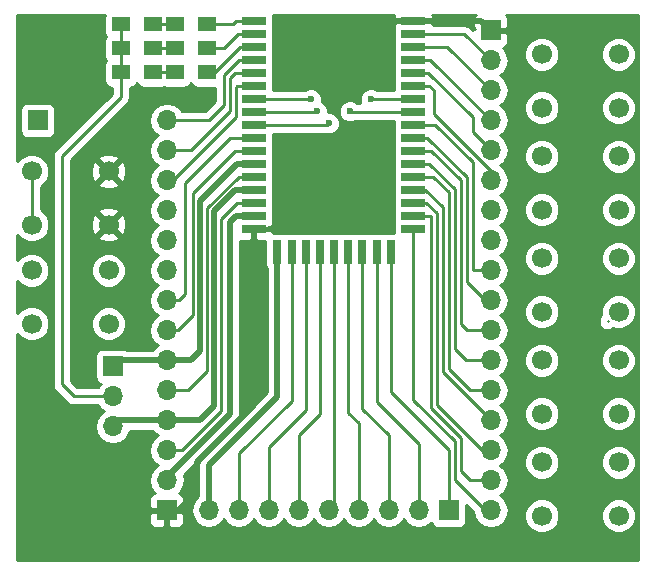
<source format=gbr>
G04 #@! TF.FileFunction,Copper,L1,Top,Signal*
%FSLAX46Y46*%
G04 Gerber Fmt 4.6, Leading zero omitted, Abs format (unit mm)*
G04 Created by KiCad (PCBNEW 4.0.7) date 02/24/18 18:12:37*
%MOMM*%
%LPD*%
G01*
G04 APERTURE LIST*
%ADD10C,0.100000*%
%ADD11C,1.700000*%
%ADD12R,1.700000X1.700000*%
%ADD13O,1.700000X1.700000*%
%ADD14R,1.500000X1.300000*%
%ADD15R,2.000000X0.800000*%
%ADD16R,0.800000X2.000000*%
%ADD17C,0.600000*%
%ADD18C,0.250000*%
%ADD19C,0.500000*%
%ADD20C,0.254000*%
G04 APERTURE END LIST*
D10*
D11*
X130452000Y-67492000D03*
X123952000Y-67492000D03*
X130452000Y-62992000D03*
X123952000Y-62992000D03*
D12*
X135382000Y-91694000D03*
D13*
X135382000Y-89154000D03*
X135382000Y-86614000D03*
X135382000Y-84074000D03*
X135382000Y-81534000D03*
X135382000Y-78994000D03*
X135382000Y-76454000D03*
X135382000Y-73914000D03*
X135382000Y-71374000D03*
X135382000Y-68834000D03*
X135382000Y-66294000D03*
X135382000Y-63754000D03*
X135382000Y-61214000D03*
X135382000Y-58674000D03*
D12*
X162814000Y-51054000D03*
D13*
X162814000Y-53594000D03*
X162814000Y-56134000D03*
X162814000Y-58674000D03*
X162814000Y-61214000D03*
X162814000Y-63754000D03*
X162814000Y-66294000D03*
X162814000Y-68834000D03*
X162814000Y-71374000D03*
X162814000Y-73914000D03*
X162814000Y-76454000D03*
X162814000Y-78994000D03*
X162814000Y-81534000D03*
X162814000Y-84074000D03*
X162814000Y-86614000D03*
X162814000Y-89154000D03*
X162814000Y-91694000D03*
D14*
X138764000Y-50546000D03*
X136064000Y-50546000D03*
X138764000Y-52578000D03*
X136064000Y-52578000D03*
X138764000Y-54610000D03*
X136064000Y-54610000D03*
X134192000Y-50546000D03*
X131492000Y-50546000D03*
X134192000Y-52578000D03*
X131492000Y-52578000D03*
X134192000Y-54610000D03*
X131492000Y-54610000D03*
D15*
X142748000Y-50250000D03*
X142748000Y-51350000D03*
X142748000Y-52450000D03*
X142748000Y-53550000D03*
X142748000Y-54650000D03*
X142748000Y-55750000D03*
X142748000Y-56850000D03*
X142748000Y-57950000D03*
X142748000Y-59050000D03*
X142748000Y-60150000D03*
X142748000Y-61250000D03*
X142748000Y-62350000D03*
X142748000Y-63450000D03*
X142748000Y-64550000D03*
X142748000Y-65650000D03*
X142748000Y-66750000D03*
X142748000Y-67850000D03*
D16*
X144748000Y-69850000D03*
X145948000Y-69850000D03*
X147148000Y-69850000D03*
X148348000Y-69850000D03*
X149548000Y-69850000D03*
X150748000Y-69850000D03*
X151948000Y-69850000D03*
X153148000Y-69850000D03*
X154348000Y-69850000D03*
D15*
X156248000Y-50250000D03*
X156248000Y-51350000D03*
X156248000Y-52450000D03*
X156248000Y-53550000D03*
X156248000Y-54650000D03*
X156248000Y-55750000D03*
X156248000Y-56850000D03*
X156248000Y-57950000D03*
X156248000Y-59050000D03*
X156248000Y-60150000D03*
X156248000Y-61250000D03*
X156248000Y-62350000D03*
X156248000Y-63450000D03*
X156248000Y-64550000D03*
X156248000Y-65650000D03*
X156248000Y-66750000D03*
X156248000Y-67850000D03*
D12*
X130810000Y-79502000D03*
D13*
X130810000Y-82042000D03*
X130810000Y-84582000D03*
D12*
X159258000Y-91694000D03*
D13*
X156718000Y-91694000D03*
X154178000Y-91694000D03*
X151638000Y-91694000D03*
X149098000Y-91694000D03*
X146558000Y-91694000D03*
X144018000Y-91694000D03*
X141478000Y-91694000D03*
X138938000Y-91694000D03*
D12*
X124460000Y-58674000D03*
D11*
X173632000Y-57586000D03*
X167132000Y-57586000D03*
X173632000Y-53086000D03*
X167132000Y-53086000D03*
X173632000Y-66222000D03*
X167132000Y-66222000D03*
X173632000Y-61722000D03*
X167132000Y-61722000D03*
X173632000Y-74858000D03*
X167132000Y-74858000D03*
X173632000Y-70358000D03*
X167132000Y-70358000D03*
X173632000Y-83494000D03*
X167132000Y-83494000D03*
X173632000Y-78994000D03*
X167132000Y-78994000D03*
X173632000Y-92130000D03*
X167132000Y-92130000D03*
X173632000Y-87630000D03*
X167132000Y-87630000D03*
X130452000Y-75874000D03*
X123952000Y-75874000D03*
X130452000Y-71374000D03*
X123952000Y-71374000D03*
D17*
X149098000Y-58928000D03*
X148082000Y-57912000D03*
X147574000Y-56896000D03*
X152654000Y-56896000D03*
X150876000Y-57912000D03*
D18*
X172720000Y-75620000D02*
X172720000Y-75692000D01*
X138764000Y-50546000D02*
X140970000Y-50546000D01*
X141266000Y-50250000D02*
X142748000Y-50250000D01*
X140970000Y-50546000D02*
X141266000Y-50250000D01*
X134192000Y-50546000D02*
X136064000Y-50546000D01*
X138764000Y-52578000D02*
X140208000Y-52578000D01*
X141436000Y-51350000D02*
X142748000Y-51350000D01*
X140208000Y-52578000D02*
X141436000Y-51350000D01*
X134192000Y-52578000D02*
X136064000Y-52578000D01*
X138764000Y-54610000D02*
X139446000Y-54610000D01*
X139446000Y-54610000D02*
X141606000Y-52450000D01*
X141606000Y-52450000D02*
X142748000Y-52450000D01*
X134192000Y-54610000D02*
X136064000Y-54610000D01*
D19*
X135382000Y-78994000D02*
X131318000Y-78994000D01*
X131318000Y-78994000D02*
X130810000Y-79502000D01*
X135382000Y-78994000D02*
X137414000Y-78994000D01*
X141358000Y-62350000D02*
X142748000Y-62350000D01*
X138176000Y-65532000D02*
X141358000Y-62350000D01*
X138176000Y-78232000D02*
X138176000Y-65532000D01*
X137414000Y-78994000D02*
X138176000Y-78232000D01*
D18*
X131492000Y-54610000D02*
X131492000Y-52578000D01*
X130810000Y-82042000D02*
X127508000Y-82042000D01*
X131492000Y-56722000D02*
X131492000Y-54610000D01*
X126492000Y-61722000D02*
X131492000Y-56722000D01*
X126492000Y-81026000D02*
X126492000Y-61722000D01*
X127508000Y-82042000D02*
X126492000Y-81026000D01*
X131492000Y-50546000D02*
X131492000Y-52578000D01*
D19*
X135382000Y-84074000D02*
X131318000Y-84074000D01*
X131318000Y-84074000D02*
X130810000Y-84582000D01*
X135382000Y-84074000D02*
X138176000Y-84074000D01*
X141190000Y-64550000D02*
X142748000Y-64550000D01*
X139378998Y-66361002D02*
X141190000Y-64550000D01*
X139378998Y-82871002D02*
X139378998Y-66361002D01*
X138176000Y-84074000D02*
X139378998Y-82871002D01*
X135382000Y-91694000D02*
X136398000Y-91694000D01*
X142748000Y-82804000D02*
X142748000Y-67850000D01*
X137922000Y-87630000D02*
X142748000Y-82804000D01*
X137922000Y-90170000D02*
X137922000Y-87630000D01*
X136398000Y-91694000D02*
X137922000Y-90170000D01*
X156248000Y-50250000D02*
X162010000Y-50250000D01*
X162010000Y-50250000D02*
X162814000Y-51054000D01*
X135382000Y-89154000D02*
X135382000Y-88900000D01*
X135382000Y-88900000D02*
X140716000Y-83566000D01*
X140716000Y-83566000D02*
X140716000Y-67310000D01*
X140716000Y-67310000D02*
X141276000Y-66750000D01*
X141276000Y-66750000D02*
X142748000Y-66750000D01*
D18*
X135382000Y-76454000D02*
X136330998Y-76454000D01*
X141188000Y-61250000D02*
X142748000Y-61250000D01*
X137600998Y-64837002D02*
X141188000Y-61250000D01*
X137600998Y-75184000D02*
X137600998Y-64837002D01*
X136330998Y-76454000D02*
X137600998Y-75184000D01*
X135382000Y-73914000D02*
X136398000Y-73914000D01*
X140764000Y-60150000D02*
X142748000Y-60150000D01*
X136906000Y-64008000D02*
X140764000Y-60150000D01*
X136906000Y-73406000D02*
X136906000Y-64008000D01*
X136398000Y-73914000D02*
X136906000Y-73406000D01*
X148976000Y-59050000D02*
X142748000Y-59050000D01*
X149098000Y-58928000D02*
X148976000Y-59050000D01*
X148044000Y-57950000D02*
X142748000Y-57950000D01*
X148082000Y-57912000D02*
X148044000Y-57950000D01*
X147528000Y-56850000D02*
X142748000Y-56850000D01*
X147574000Y-56896000D02*
X147528000Y-56850000D01*
X135382000Y-63754000D02*
X135890000Y-63754000D01*
X135890000Y-63754000D02*
X141224000Y-58420000D01*
X141224000Y-58420000D02*
X141224000Y-55880000D01*
X141224000Y-55880000D02*
X141354000Y-55750000D01*
X141354000Y-55750000D02*
X142748000Y-55750000D01*
X135382000Y-61214000D02*
X137414000Y-61214000D01*
X141184000Y-54650000D02*
X142748000Y-54650000D01*
X140716000Y-55118000D02*
X141184000Y-54650000D01*
X140716000Y-57912000D02*
X140716000Y-55118000D01*
X137414000Y-61214000D02*
X140716000Y-57912000D01*
X135382000Y-58674000D02*
X138938000Y-58674000D01*
X141522000Y-53550000D02*
X142748000Y-53550000D01*
X140265998Y-54806002D02*
X141522000Y-53550000D01*
X140265998Y-57346002D02*
X140265998Y-54806002D01*
X138938000Y-58674000D02*
X140265998Y-57346002D01*
X159258000Y-91694000D02*
X159258000Y-86614000D01*
X154348000Y-81704000D02*
X154348000Y-69850000D01*
X159258000Y-86614000D02*
X154348000Y-81704000D01*
X156718000Y-91694000D02*
X156718000Y-86106000D01*
X153148000Y-82536000D02*
X153148000Y-69850000D01*
X156718000Y-86106000D02*
X153148000Y-82536000D01*
X154178000Y-91694000D02*
X154178000Y-85344000D01*
X151948000Y-83114000D02*
X151948000Y-69850000D01*
X154178000Y-85344000D02*
X151948000Y-83114000D01*
X151638000Y-91694000D02*
X151638000Y-84328000D01*
X150748000Y-83438000D02*
X150748000Y-69850000D01*
X151638000Y-84328000D02*
X150748000Y-83438000D01*
X149548000Y-69850000D02*
X149548000Y-91244000D01*
X149548000Y-91244000D02*
X149098000Y-91694000D01*
X148348000Y-69850000D02*
X148348000Y-83554000D01*
X146558000Y-85344000D02*
X146558000Y-91694000D01*
X148348000Y-83554000D02*
X146558000Y-85344000D01*
X147148000Y-69850000D02*
X147148000Y-83230000D01*
X144018000Y-86360000D02*
X144018000Y-91694000D01*
X147148000Y-83230000D02*
X144018000Y-86360000D01*
X145948000Y-69850000D02*
X145948000Y-82398000D01*
X141478000Y-86868000D02*
X141478000Y-91694000D01*
X145948000Y-82398000D02*
X141478000Y-86868000D01*
X156248000Y-54650000D02*
X157520000Y-54650000D01*
X161290000Y-59690000D02*
X162814000Y-61214000D01*
X161290000Y-58420000D02*
X161290000Y-59690000D01*
X157520000Y-54650000D02*
X161290000Y-58420000D01*
X156248000Y-53550000D02*
X157690000Y-53550000D01*
X157690000Y-53550000D02*
X162814000Y-58674000D01*
X156248000Y-52450000D02*
X159130000Y-52450000D01*
X159130000Y-52450000D02*
X162814000Y-56134000D01*
X156248000Y-51350000D02*
X160570000Y-51350000D01*
X160570000Y-51350000D02*
X162814000Y-53594000D01*
X162814000Y-63754000D02*
X162814000Y-62992000D01*
X162814000Y-62992000D02*
X157988000Y-58166000D01*
X157988000Y-58166000D02*
X157988000Y-56134000D01*
X157988000Y-56134000D02*
X157604000Y-55750000D01*
X157604000Y-55750000D02*
X156248000Y-55750000D01*
X152700000Y-56850000D02*
X156248000Y-56850000D01*
X152654000Y-56896000D02*
X152700000Y-56850000D01*
X150914000Y-57950000D02*
X156248000Y-57950000D01*
X150876000Y-57912000D02*
X150914000Y-57950000D01*
X162814000Y-71374000D02*
X161290000Y-71374000D01*
X158110000Y-59050000D02*
X156248000Y-59050000D01*
X161290000Y-62230000D02*
X158110000Y-59050000D01*
X161290000Y-71374000D02*
X161290000Y-62230000D01*
X162814000Y-73914000D02*
X162306000Y-73914000D01*
X162306000Y-73914000D02*
X160782000Y-72390000D01*
X160782000Y-72390000D02*
X160782000Y-63500000D01*
X160782000Y-63500000D02*
X157432000Y-60150000D01*
X157432000Y-60150000D02*
X156248000Y-60150000D01*
X162814000Y-76454000D02*
X160782000Y-76454000D01*
X157770000Y-61250000D02*
X156248000Y-61250000D01*
X160274000Y-63754000D02*
X157770000Y-61250000D01*
X160274000Y-75946000D02*
X160274000Y-63754000D01*
X160782000Y-76454000D02*
X160274000Y-75946000D01*
X162814000Y-78994000D02*
X160724002Y-78994000D01*
X157600000Y-62350000D02*
X156248000Y-62350000D01*
X159766000Y-64516000D02*
X157600000Y-62350000D01*
X159766000Y-78035998D02*
X159766000Y-64516000D01*
X160724002Y-78994000D02*
X159766000Y-78035998D01*
X162814000Y-81534000D02*
X161036000Y-81534000D01*
X161036000Y-81534000D02*
X159258000Y-79756000D01*
X159258000Y-79756000D02*
X159258000Y-64770000D01*
X159258000Y-64770000D02*
X157938000Y-63450000D01*
X157938000Y-63450000D02*
X156248000Y-63450000D01*
X156248000Y-64550000D02*
X157260000Y-64550000D01*
X158750000Y-80010000D02*
X162814000Y-84074000D01*
X158750000Y-66040000D02*
X158750000Y-80010000D01*
X157260000Y-64550000D02*
X158750000Y-66040000D01*
X162814000Y-86614000D02*
X162052000Y-86614000D01*
X162052000Y-86614000D02*
X158242000Y-82804000D01*
X158242000Y-82804000D02*
X158242000Y-66548000D01*
X158242000Y-66548000D02*
X157344000Y-65650000D01*
X157344000Y-65650000D02*
X156248000Y-65650000D01*
X156248000Y-66750000D02*
X157682000Y-66750000D01*
X161036000Y-89154000D02*
X162814000Y-89154000D01*
X160274000Y-88392000D02*
X161036000Y-89154000D01*
X160274000Y-85598000D02*
X160274000Y-88392000D01*
X157734000Y-83058000D02*
X160274000Y-85598000D01*
X157734000Y-66802000D02*
X157734000Y-83058000D01*
X157682000Y-66750000D02*
X157734000Y-66802000D01*
X162814000Y-91694000D02*
X162306000Y-91694000D01*
X162306000Y-91694000D02*
X159766000Y-89154000D01*
X159766000Y-89154000D02*
X159766000Y-85852000D01*
X159766000Y-85852000D02*
X156248000Y-82334000D01*
X156248000Y-82334000D02*
X156248000Y-67850000D01*
X123952000Y-62992000D02*
X123952000Y-67492000D01*
X142748000Y-63450000D02*
X141476824Y-63450000D01*
X137160000Y-81534000D02*
X135382000Y-81534000D01*
X138803996Y-79890004D02*
X137160000Y-81534000D01*
X138803996Y-66122828D02*
X138803996Y-79890004D01*
X141476824Y-63450000D02*
X138803996Y-66122828D01*
X135382000Y-86614000D02*
X136652000Y-86614000D01*
X141360000Y-65650000D02*
X142748000Y-65650000D01*
X139954000Y-67056000D02*
X141360000Y-65650000D01*
X139954000Y-83312000D02*
X139954000Y-67056000D01*
X136652000Y-86614000D02*
X139954000Y-83312000D01*
D19*
X144748000Y-69850000D02*
X144748000Y-82074000D01*
X138938000Y-87884000D02*
X138938000Y-91694000D01*
X144748000Y-82074000D02*
X138938000Y-87884000D01*
D20*
G36*
X130094560Y-49896000D02*
X130094560Y-51196000D01*
X130138838Y-51431317D01*
X130223225Y-51562457D01*
X130145569Y-51676110D01*
X130094560Y-51928000D01*
X130094560Y-53228000D01*
X130138838Y-53463317D01*
X130223225Y-53594457D01*
X130145569Y-53708110D01*
X130094560Y-53960000D01*
X130094560Y-55260000D01*
X130138838Y-55495317D01*
X130277910Y-55711441D01*
X130490110Y-55856431D01*
X130732000Y-55905415D01*
X130732000Y-56407198D01*
X125954599Y-61184599D01*
X125789852Y-61431161D01*
X125732000Y-61722000D01*
X125732000Y-81026000D01*
X125789852Y-81316839D01*
X125954599Y-81563401D01*
X126970599Y-82579401D01*
X127217161Y-82744148D01*
X127508000Y-82802000D01*
X129537046Y-82802000D01*
X129730853Y-83092054D01*
X130060026Y-83312000D01*
X129730853Y-83531946D01*
X129408946Y-84013715D01*
X129295907Y-84582000D01*
X129408946Y-85150285D01*
X129730853Y-85632054D01*
X130212622Y-85953961D01*
X130780907Y-86067000D01*
X130839093Y-86067000D01*
X131407378Y-85953961D01*
X131889147Y-85632054D01*
X132211054Y-85150285D01*
X132249103Y-84959000D01*
X134192568Y-84959000D01*
X134302853Y-85124054D01*
X134632026Y-85344000D01*
X134302853Y-85563946D01*
X133980946Y-86045715D01*
X133867907Y-86614000D01*
X133980946Y-87182285D01*
X134302853Y-87664054D01*
X134632026Y-87884000D01*
X134302853Y-88103946D01*
X133980946Y-88585715D01*
X133867907Y-89154000D01*
X133980946Y-89722285D01*
X134302853Y-90204054D01*
X134346777Y-90233403D01*
X134172302Y-90305673D01*
X133993673Y-90484301D01*
X133897000Y-90717690D01*
X133897000Y-91408250D01*
X134055750Y-91567000D01*
X135255000Y-91567000D01*
X135255000Y-91547000D01*
X135509000Y-91547000D01*
X135509000Y-91567000D01*
X136708250Y-91567000D01*
X136867000Y-91408250D01*
X136867000Y-90717690D01*
X136770327Y-90484301D01*
X136591698Y-90305673D01*
X136417223Y-90233403D01*
X136461147Y-90204054D01*
X136783054Y-89722285D01*
X136896093Y-89154000D01*
X136810398Y-88723182D01*
X141341787Y-84191792D01*
X141341790Y-84191790D01*
X141533633Y-83904675D01*
X141556308Y-83790681D01*
X141601001Y-83566000D01*
X141601000Y-83565995D01*
X141601000Y-68876429D01*
X141621691Y-68885000D01*
X142462250Y-68885000D01*
X142621000Y-68726250D01*
X142621000Y-67977000D01*
X142601000Y-67977000D01*
X142601000Y-67797440D01*
X143748000Y-67797440D01*
X143983317Y-67753162D01*
X144030190Y-67723000D01*
X144224250Y-67723000D01*
X144383000Y-67564250D01*
X144383000Y-67323690D01*
X144367732Y-67286829D01*
X144395440Y-67150000D01*
X144395440Y-66350000D01*
X144366179Y-66194493D01*
X144395440Y-66050000D01*
X144395440Y-65250000D01*
X144366179Y-65094493D01*
X144395440Y-64950000D01*
X144395440Y-64150000D01*
X144366179Y-63994493D01*
X144395440Y-63850000D01*
X144395440Y-63050000D01*
X144366179Y-62894493D01*
X144395440Y-62750000D01*
X144395440Y-61950000D01*
X144366179Y-61794493D01*
X144395440Y-61650000D01*
X144395440Y-60850000D01*
X144366179Y-60694493D01*
X144395440Y-60550000D01*
X144395440Y-59810000D01*
X148783954Y-59810000D01*
X148911201Y-59862838D01*
X149283167Y-59863162D01*
X149626943Y-59721117D01*
X149890192Y-59458327D01*
X150032838Y-59114799D01*
X150033162Y-58742833D01*
X149891117Y-58399057D01*
X149628327Y-58135808D01*
X149284799Y-57993162D01*
X149016930Y-57992929D01*
X149017162Y-57726833D01*
X148875117Y-57383057D01*
X148612327Y-57119808D01*
X148508843Y-57076838D01*
X148509162Y-56710833D01*
X148367117Y-56367057D01*
X148104327Y-56103808D01*
X147760799Y-55961162D01*
X147388833Y-55960838D01*
X147076236Y-56090000D01*
X144395440Y-56090000D01*
X144395440Y-55350000D01*
X144366179Y-55194493D01*
X144395440Y-55050000D01*
X144395440Y-54250000D01*
X144366179Y-54094493D01*
X144395440Y-53950000D01*
X144395440Y-53150000D01*
X144366179Y-52994493D01*
X144395440Y-52850000D01*
X144395440Y-52050000D01*
X144366179Y-51894493D01*
X144395440Y-51750000D01*
X144395440Y-50950000D01*
X144366179Y-50794493D01*
X144395440Y-50650000D01*
X144395440Y-49850000D01*
X144369097Y-49710000D01*
X154618671Y-49710000D01*
X154613000Y-49723690D01*
X154613000Y-49964250D01*
X154771750Y-50123000D01*
X156121000Y-50123000D01*
X156121000Y-50103000D01*
X156375000Y-50103000D01*
X156375000Y-50123000D01*
X157724250Y-50123000D01*
X157883000Y-49964250D01*
X157883000Y-49723690D01*
X157877329Y-49710000D01*
X161559975Y-49710000D01*
X161425673Y-49844301D01*
X161329000Y-50077690D01*
X161329000Y-50768250D01*
X161487748Y-50926998D01*
X161329000Y-50926998D01*
X161329000Y-51034198D01*
X161107401Y-50812599D01*
X160860839Y-50647852D01*
X160570000Y-50590000D01*
X157883000Y-50590000D01*
X157883000Y-50535750D01*
X157724250Y-50377000D01*
X157534182Y-50377000D01*
X157499890Y-50353569D01*
X157248000Y-50302560D01*
X155248000Y-50302560D01*
X155012683Y-50346838D01*
X154965810Y-50377000D01*
X154771750Y-50377000D01*
X154613000Y-50535750D01*
X154613000Y-50776310D01*
X154628268Y-50813171D01*
X154600560Y-50950000D01*
X154600560Y-51750000D01*
X154629821Y-51905507D01*
X154600560Y-52050000D01*
X154600560Y-52850000D01*
X154629821Y-53005507D01*
X154600560Y-53150000D01*
X154600560Y-53950000D01*
X154629821Y-54105507D01*
X154600560Y-54250000D01*
X154600560Y-55050000D01*
X154629821Y-55205507D01*
X154600560Y-55350000D01*
X154600560Y-56090000D01*
X153151074Y-56090000D01*
X152840799Y-55961162D01*
X152468833Y-55960838D01*
X152125057Y-56102883D01*
X151861808Y-56365673D01*
X151719162Y-56709201D01*
X151718838Y-57081167D01*
X151763807Y-57190000D01*
X151476397Y-57190000D01*
X151406327Y-57119808D01*
X151062799Y-56977162D01*
X150690833Y-56976838D01*
X150347057Y-57118883D01*
X150083808Y-57381673D01*
X149941162Y-57725201D01*
X149940838Y-58097167D01*
X150082883Y-58440943D01*
X150345673Y-58704192D01*
X150689201Y-58846838D01*
X151061167Y-58847162D01*
X151393125Y-58710000D01*
X154600560Y-58710000D01*
X154600560Y-59450000D01*
X154629821Y-59605507D01*
X154600560Y-59750000D01*
X154600560Y-60550000D01*
X154629821Y-60705507D01*
X154600560Y-60850000D01*
X154600560Y-61650000D01*
X154629821Y-61805507D01*
X154600560Y-61950000D01*
X154600560Y-62750000D01*
X154629821Y-62905507D01*
X154600560Y-63050000D01*
X154600560Y-63850000D01*
X154629821Y-64005507D01*
X154600560Y-64150000D01*
X154600560Y-64950000D01*
X154629821Y-65105507D01*
X154600560Y-65250000D01*
X154600560Y-66050000D01*
X154629821Y-66205507D01*
X154600560Y-66350000D01*
X154600560Y-67150000D01*
X154629821Y-67305507D01*
X154600560Y-67450000D01*
X154600560Y-68202560D01*
X153948000Y-68202560D01*
X153740658Y-68241574D01*
X153548000Y-68202560D01*
X152748000Y-68202560D01*
X152540658Y-68241574D01*
X152348000Y-68202560D01*
X151548000Y-68202560D01*
X151340658Y-68241574D01*
X151148000Y-68202560D01*
X150348000Y-68202560D01*
X150140658Y-68241574D01*
X149948000Y-68202560D01*
X149148000Y-68202560D01*
X148940658Y-68241574D01*
X148748000Y-68202560D01*
X147948000Y-68202560D01*
X147740658Y-68241574D01*
X147548000Y-68202560D01*
X146748000Y-68202560D01*
X146540658Y-68241574D01*
X146348000Y-68202560D01*
X145548000Y-68202560D01*
X145340658Y-68241574D01*
X145148000Y-68202560D01*
X144383000Y-68202560D01*
X144383000Y-68135750D01*
X144224250Y-67977000D01*
X142875000Y-67977000D01*
X142875000Y-68726250D01*
X143033750Y-68885000D01*
X143700560Y-68885000D01*
X143700560Y-70850000D01*
X143744838Y-71085317D01*
X143863000Y-71268946D01*
X143863000Y-81707421D01*
X138312210Y-87258210D01*
X138120367Y-87545325D01*
X138120367Y-87545326D01*
X138052999Y-87884000D01*
X138053000Y-87884005D01*
X138053000Y-90504568D01*
X137887946Y-90614853D01*
X137566039Y-91096622D01*
X137453000Y-91664907D01*
X137453000Y-91723093D01*
X137566039Y-92291378D01*
X137887946Y-92773147D01*
X138369715Y-93095054D01*
X138938000Y-93208093D01*
X139506285Y-93095054D01*
X139988054Y-92773147D01*
X140208000Y-92443974D01*
X140427946Y-92773147D01*
X140909715Y-93095054D01*
X141478000Y-93208093D01*
X142046285Y-93095054D01*
X142528054Y-92773147D01*
X142748000Y-92443974D01*
X142967946Y-92773147D01*
X143449715Y-93095054D01*
X144018000Y-93208093D01*
X144586285Y-93095054D01*
X145068054Y-92773147D01*
X145288000Y-92443974D01*
X145507946Y-92773147D01*
X145989715Y-93095054D01*
X146558000Y-93208093D01*
X147126285Y-93095054D01*
X147608054Y-92773147D01*
X147828000Y-92443974D01*
X148047946Y-92773147D01*
X148529715Y-93095054D01*
X149098000Y-93208093D01*
X149666285Y-93095054D01*
X150148054Y-92773147D01*
X150368000Y-92443974D01*
X150587946Y-92773147D01*
X151069715Y-93095054D01*
X151638000Y-93208093D01*
X152206285Y-93095054D01*
X152688054Y-92773147D01*
X152908000Y-92443974D01*
X153127946Y-92773147D01*
X153609715Y-93095054D01*
X154178000Y-93208093D01*
X154746285Y-93095054D01*
X155228054Y-92773147D01*
X155448000Y-92443974D01*
X155667946Y-92773147D01*
X156149715Y-93095054D01*
X156718000Y-93208093D01*
X157286285Y-93095054D01*
X157768054Y-92773147D01*
X157795850Y-92731548D01*
X157804838Y-92779317D01*
X157943910Y-92995441D01*
X158156110Y-93140431D01*
X158408000Y-93191440D01*
X160108000Y-93191440D01*
X160343317Y-93147162D01*
X160559441Y-93008090D01*
X160704431Y-92795890D01*
X160755440Y-92544000D01*
X160755440Y-91218242D01*
X161316968Y-91779770D01*
X161412946Y-92262285D01*
X161734853Y-92744054D01*
X162216622Y-93065961D01*
X162784907Y-93179000D01*
X162843093Y-93179000D01*
X163411378Y-93065961D01*
X163893147Y-92744054D01*
X164106940Y-92424089D01*
X165646743Y-92424089D01*
X165872344Y-92970086D01*
X166289717Y-93388188D01*
X166835319Y-93614742D01*
X167426089Y-93615257D01*
X167972086Y-93389656D01*
X168390188Y-92972283D01*
X168616742Y-92426681D01*
X168616744Y-92424089D01*
X172146743Y-92424089D01*
X172372344Y-92970086D01*
X172789717Y-93388188D01*
X173335319Y-93614742D01*
X173926089Y-93615257D01*
X174472086Y-93389656D01*
X174890188Y-92972283D01*
X175116742Y-92426681D01*
X175117257Y-91835911D01*
X174891656Y-91289914D01*
X174474283Y-90871812D01*
X173928681Y-90645258D01*
X173337911Y-90644743D01*
X172791914Y-90870344D01*
X172373812Y-91287717D01*
X172147258Y-91833319D01*
X172146743Y-92424089D01*
X168616744Y-92424089D01*
X168617257Y-91835911D01*
X168391656Y-91289914D01*
X167974283Y-90871812D01*
X167428681Y-90645258D01*
X166837911Y-90644743D01*
X166291914Y-90870344D01*
X165873812Y-91287717D01*
X165647258Y-91833319D01*
X165646743Y-92424089D01*
X164106940Y-92424089D01*
X164215054Y-92262285D01*
X164328093Y-91694000D01*
X164215054Y-91125715D01*
X163893147Y-90643946D01*
X163563974Y-90424000D01*
X163893147Y-90204054D01*
X164215054Y-89722285D01*
X164328093Y-89154000D01*
X164215054Y-88585715D01*
X163893147Y-88103946D01*
X163623972Y-87924089D01*
X165646743Y-87924089D01*
X165872344Y-88470086D01*
X166289717Y-88888188D01*
X166835319Y-89114742D01*
X167426089Y-89115257D01*
X167972086Y-88889656D01*
X168390188Y-88472283D01*
X168616742Y-87926681D01*
X168616744Y-87924089D01*
X172146743Y-87924089D01*
X172372344Y-88470086D01*
X172789717Y-88888188D01*
X173335319Y-89114742D01*
X173926089Y-89115257D01*
X174472086Y-88889656D01*
X174890188Y-88472283D01*
X175116742Y-87926681D01*
X175117257Y-87335911D01*
X174891656Y-86789914D01*
X174474283Y-86371812D01*
X173928681Y-86145258D01*
X173337911Y-86144743D01*
X172791914Y-86370344D01*
X172373812Y-86787717D01*
X172147258Y-87333319D01*
X172146743Y-87924089D01*
X168616744Y-87924089D01*
X168617257Y-87335911D01*
X168391656Y-86789914D01*
X167974283Y-86371812D01*
X167428681Y-86145258D01*
X166837911Y-86144743D01*
X166291914Y-86370344D01*
X165873812Y-86787717D01*
X165647258Y-87333319D01*
X165646743Y-87924089D01*
X163623972Y-87924089D01*
X163563974Y-87884000D01*
X163893147Y-87664054D01*
X164215054Y-87182285D01*
X164328093Y-86614000D01*
X164215054Y-86045715D01*
X163893147Y-85563946D01*
X163563974Y-85344000D01*
X163893147Y-85124054D01*
X164215054Y-84642285D01*
X164328093Y-84074000D01*
X164271222Y-83788089D01*
X165646743Y-83788089D01*
X165872344Y-84334086D01*
X166289717Y-84752188D01*
X166835319Y-84978742D01*
X167426089Y-84979257D01*
X167972086Y-84753656D01*
X168390188Y-84336283D01*
X168616742Y-83790681D01*
X168616744Y-83788089D01*
X172146743Y-83788089D01*
X172372344Y-84334086D01*
X172789717Y-84752188D01*
X173335319Y-84978742D01*
X173926089Y-84979257D01*
X174472086Y-84753656D01*
X174890188Y-84336283D01*
X175116742Y-83790681D01*
X175117257Y-83199911D01*
X174891656Y-82653914D01*
X174474283Y-82235812D01*
X173928681Y-82009258D01*
X173337911Y-82008743D01*
X172791914Y-82234344D01*
X172373812Y-82651717D01*
X172147258Y-83197319D01*
X172146743Y-83788089D01*
X168616744Y-83788089D01*
X168617257Y-83199911D01*
X168391656Y-82653914D01*
X167974283Y-82235812D01*
X167428681Y-82009258D01*
X166837911Y-82008743D01*
X166291914Y-82234344D01*
X165873812Y-82651717D01*
X165647258Y-83197319D01*
X165646743Y-83788089D01*
X164271222Y-83788089D01*
X164215054Y-83505715D01*
X163893147Y-83023946D01*
X163563974Y-82804000D01*
X163893147Y-82584054D01*
X164215054Y-82102285D01*
X164328093Y-81534000D01*
X164215054Y-80965715D01*
X163893147Y-80483946D01*
X163563974Y-80264000D01*
X163893147Y-80044054D01*
X164215054Y-79562285D01*
X164269595Y-79288089D01*
X165646743Y-79288089D01*
X165872344Y-79834086D01*
X166289717Y-80252188D01*
X166835319Y-80478742D01*
X167426089Y-80479257D01*
X167972086Y-80253656D01*
X168390188Y-79836283D01*
X168616742Y-79290681D01*
X168616744Y-79288089D01*
X172146743Y-79288089D01*
X172372344Y-79834086D01*
X172789717Y-80252188D01*
X173335319Y-80478742D01*
X173926089Y-80479257D01*
X174472086Y-80253656D01*
X174890188Y-79836283D01*
X175116742Y-79290681D01*
X175117257Y-78699911D01*
X174891656Y-78153914D01*
X174474283Y-77735812D01*
X173928681Y-77509258D01*
X173337911Y-77508743D01*
X172791914Y-77734344D01*
X172373812Y-78151717D01*
X172147258Y-78697319D01*
X172146743Y-79288089D01*
X168616744Y-79288089D01*
X168617257Y-78699911D01*
X168391656Y-78153914D01*
X167974283Y-77735812D01*
X167428681Y-77509258D01*
X166837911Y-77508743D01*
X166291914Y-77734344D01*
X165873812Y-78151717D01*
X165647258Y-78697319D01*
X165646743Y-79288089D01*
X164269595Y-79288089D01*
X164328093Y-78994000D01*
X164215054Y-78425715D01*
X163893147Y-77943946D01*
X163563974Y-77724000D01*
X163893147Y-77504054D01*
X164215054Y-77022285D01*
X164328093Y-76454000D01*
X164215054Y-75885715D01*
X163893147Y-75403946D01*
X163563974Y-75184000D01*
X163611732Y-75152089D01*
X165646743Y-75152089D01*
X165872344Y-75698086D01*
X166289717Y-76116188D01*
X166835319Y-76342742D01*
X167426089Y-76343257D01*
X167972086Y-76117656D01*
X168390188Y-75700283D01*
X168423524Y-75620000D01*
X171960000Y-75620000D01*
X171960000Y-75692000D01*
X172017852Y-75982839D01*
X172182599Y-76229401D01*
X172429161Y-76394148D01*
X172720000Y-76452000D01*
X173010839Y-76394148D01*
X173182650Y-76279348D01*
X173335319Y-76342742D01*
X173926089Y-76343257D01*
X174472086Y-76117656D01*
X174890188Y-75700283D01*
X175116742Y-75154681D01*
X175117257Y-74563911D01*
X174891656Y-74017914D01*
X174474283Y-73599812D01*
X173928681Y-73373258D01*
X173337911Y-73372743D01*
X172791914Y-73598344D01*
X172373812Y-74015717D01*
X172147258Y-74561319D01*
X172146757Y-75136241D01*
X172017852Y-75329161D01*
X171960000Y-75620000D01*
X168423524Y-75620000D01*
X168616742Y-75154681D01*
X168617257Y-74563911D01*
X168391656Y-74017914D01*
X167974283Y-73599812D01*
X167428681Y-73373258D01*
X166837911Y-73372743D01*
X166291914Y-73598344D01*
X165873812Y-74015717D01*
X165647258Y-74561319D01*
X165646743Y-75152089D01*
X163611732Y-75152089D01*
X163893147Y-74964054D01*
X164215054Y-74482285D01*
X164328093Y-73914000D01*
X164215054Y-73345715D01*
X163893147Y-72863946D01*
X163563974Y-72644000D01*
X163893147Y-72424054D01*
X164215054Y-71942285D01*
X164328093Y-71374000D01*
X164215054Y-70805715D01*
X164112405Y-70652089D01*
X165646743Y-70652089D01*
X165872344Y-71198086D01*
X166289717Y-71616188D01*
X166835319Y-71842742D01*
X167426089Y-71843257D01*
X167972086Y-71617656D01*
X168390188Y-71200283D01*
X168616742Y-70654681D01*
X168616744Y-70652089D01*
X172146743Y-70652089D01*
X172372344Y-71198086D01*
X172789717Y-71616188D01*
X173335319Y-71842742D01*
X173926089Y-71843257D01*
X174472086Y-71617656D01*
X174890188Y-71200283D01*
X175116742Y-70654681D01*
X175117257Y-70063911D01*
X174891656Y-69517914D01*
X174474283Y-69099812D01*
X173928681Y-68873258D01*
X173337911Y-68872743D01*
X172791914Y-69098344D01*
X172373812Y-69515717D01*
X172147258Y-70061319D01*
X172146743Y-70652089D01*
X168616744Y-70652089D01*
X168617257Y-70063911D01*
X168391656Y-69517914D01*
X167974283Y-69099812D01*
X167428681Y-68873258D01*
X166837911Y-68872743D01*
X166291914Y-69098344D01*
X165873812Y-69515717D01*
X165647258Y-70061319D01*
X165646743Y-70652089D01*
X164112405Y-70652089D01*
X163893147Y-70323946D01*
X163563974Y-70104000D01*
X163893147Y-69884054D01*
X164215054Y-69402285D01*
X164328093Y-68834000D01*
X164215054Y-68265715D01*
X163893147Y-67783946D01*
X163563974Y-67564000D01*
X163893147Y-67344054D01*
X164215054Y-66862285D01*
X164283916Y-66516089D01*
X165646743Y-66516089D01*
X165872344Y-67062086D01*
X166289717Y-67480188D01*
X166835319Y-67706742D01*
X167426089Y-67707257D01*
X167972086Y-67481656D01*
X168390188Y-67064283D01*
X168616742Y-66518681D01*
X168616744Y-66516089D01*
X172146743Y-66516089D01*
X172372344Y-67062086D01*
X172789717Y-67480188D01*
X173335319Y-67706742D01*
X173926089Y-67707257D01*
X174472086Y-67481656D01*
X174890188Y-67064283D01*
X175116742Y-66518681D01*
X175117257Y-65927911D01*
X174891656Y-65381914D01*
X174474283Y-64963812D01*
X173928681Y-64737258D01*
X173337911Y-64736743D01*
X172791914Y-64962344D01*
X172373812Y-65379717D01*
X172147258Y-65925319D01*
X172146743Y-66516089D01*
X168616744Y-66516089D01*
X168617257Y-65927911D01*
X168391656Y-65381914D01*
X167974283Y-64963812D01*
X167428681Y-64737258D01*
X166837911Y-64736743D01*
X166291914Y-64962344D01*
X165873812Y-65379717D01*
X165647258Y-65925319D01*
X165646743Y-66516089D01*
X164283916Y-66516089D01*
X164328093Y-66294000D01*
X164215054Y-65725715D01*
X163893147Y-65243946D01*
X163563974Y-65024000D01*
X163893147Y-64804054D01*
X164215054Y-64322285D01*
X164328093Y-63754000D01*
X164215054Y-63185715D01*
X163893147Y-62703946D01*
X163563974Y-62484000D01*
X163893147Y-62264054D01*
X164058831Y-62016089D01*
X165646743Y-62016089D01*
X165872344Y-62562086D01*
X166289717Y-62980188D01*
X166835319Y-63206742D01*
X167426089Y-63207257D01*
X167972086Y-62981656D01*
X168390188Y-62564283D01*
X168616742Y-62018681D01*
X168616744Y-62016089D01*
X172146743Y-62016089D01*
X172372344Y-62562086D01*
X172789717Y-62980188D01*
X173335319Y-63206742D01*
X173926089Y-63207257D01*
X174472086Y-62981656D01*
X174890188Y-62564283D01*
X175116742Y-62018681D01*
X175117257Y-61427911D01*
X174891656Y-60881914D01*
X174474283Y-60463812D01*
X173928681Y-60237258D01*
X173337911Y-60236743D01*
X172791914Y-60462344D01*
X172373812Y-60879717D01*
X172147258Y-61425319D01*
X172146743Y-62016089D01*
X168616744Y-62016089D01*
X168617257Y-61427911D01*
X168391656Y-60881914D01*
X167974283Y-60463812D01*
X167428681Y-60237258D01*
X166837911Y-60236743D01*
X166291914Y-60462344D01*
X165873812Y-60879717D01*
X165647258Y-61425319D01*
X165646743Y-62016089D01*
X164058831Y-62016089D01*
X164215054Y-61782285D01*
X164328093Y-61214000D01*
X164215054Y-60645715D01*
X163893147Y-60163946D01*
X163563974Y-59944000D01*
X163893147Y-59724054D01*
X164215054Y-59242285D01*
X164328093Y-58674000D01*
X164215054Y-58105715D01*
X164064296Y-57880089D01*
X165646743Y-57880089D01*
X165872344Y-58426086D01*
X166289717Y-58844188D01*
X166835319Y-59070742D01*
X167426089Y-59071257D01*
X167972086Y-58845656D01*
X168390188Y-58428283D01*
X168616742Y-57882681D01*
X168616744Y-57880089D01*
X172146743Y-57880089D01*
X172372344Y-58426086D01*
X172789717Y-58844188D01*
X173335319Y-59070742D01*
X173926089Y-59071257D01*
X174472086Y-58845656D01*
X174890188Y-58428283D01*
X175116742Y-57882681D01*
X175117257Y-57291911D01*
X174891656Y-56745914D01*
X174474283Y-56327812D01*
X173928681Y-56101258D01*
X173337911Y-56100743D01*
X172791914Y-56326344D01*
X172373812Y-56743717D01*
X172147258Y-57289319D01*
X172146743Y-57880089D01*
X168616744Y-57880089D01*
X168617257Y-57291911D01*
X168391656Y-56745914D01*
X167974283Y-56327812D01*
X167428681Y-56101258D01*
X166837911Y-56100743D01*
X166291914Y-56326344D01*
X165873812Y-56743717D01*
X165647258Y-57289319D01*
X165646743Y-57880089D01*
X164064296Y-57880089D01*
X163893147Y-57623946D01*
X163563974Y-57404000D01*
X163893147Y-57184054D01*
X164215054Y-56702285D01*
X164328093Y-56134000D01*
X164215054Y-55565715D01*
X163893147Y-55083946D01*
X163563974Y-54864000D01*
X163893147Y-54644054D01*
X164215054Y-54162285D01*
X164328093Y-53594000D01*
X164285544Y-53380089D01*
X165646743Y-53380089D01*
X165872344Y-53926086D01*
X166289717Y-54344188D01*
X166835319Y-54570742D01*
X167426089Y-54571257D01*
X167972086Y-54345656D01*
X168390188Y-53928283D01*
X168616742Y-53382681D01*
X168616744Y-53380089D01*
X172146743Y-53380089D01*
X172372344Y-53926086D01*
X172789717Y-54344188D01*
X173335319Y-54570742D01*
X173926089Y-54571257D01*
X174472086Y-54345656D01*
X174890188Y-53928283D01*
X175116742Y-53382681D01*
X175117257Y-52791911D01*
X174891656Y-52245914D01*
X174474283Y-51827812D01*
X173928681Y-51601258D01*
X173337911Y-51600743D01*
X172791914Y-51826344D01*
X172373812Y-52243717D01*
X172147258Y-52789319D01*
X172146743Y-53380089D01*
X168616744Y-53380089D01*
X168617257Y-52791911D01*
X168391656Y-52245914D01*
X167974283Y-51827812D01*
X167428681Y-51601258D01*
X166837911Y-51600743D01*
X166291914Y-51826344D01*
X165873812Y-52243717D01*
X165647258Y-52789319D01*
X165646743Y-53380089D01*
X164285544Y-53380089D01*
X164215054Y-53025715D01*
X163893147Y-52543946D01*
X163849223Y-52514597D01*
X164023698Y-52442327D01*
X164202327Y-52263699D01*
X164299000Y-52030310D01*
X164299000Y-51339750D01*
X164140250Y-51181000D01*
X162941000Y-51181000D01*
X162941000Y-51201000D01*
X162687000Y-51201000D01*
X162687000Y-51181000D01*
X162667000Y-51181000D01*
X162667000Y-50927000D01*
X162687000Y-50927000D01*
X162687000Y-50907000D01*
X162941000Y-50907000D01*
X162941000Y-50927000D01*
X164140250Y-50927000D01*
X164299000Y-50768250D01*
X164299000Y-50077690D01*
X164202327Y-49844301D01*
X164068025Y-49710000D01*
X175290000Y-49710000D01*
X175290000Y-95873000D01*
X122710000Y-95873000D01*
X122710000Y-91979750D01*
X133897000Y-91979750D01*
X133897000Y-92670310D01*
X133993673Y-92903699D01*
X134172302Y-93082327D01*
X134405691Y-93179000D01*
X135096250Y-93179000D01*
X135255000Y-93020250D01*
X135255000Y-91821000D01*
X135509000Y-91821000D01*
X135509000Y-93020250D01*
X135667750Y-93179000D01*
X136358309Y-93179000D01*
X136591698Y-93082327D01*
X136770327Y-92903699D01*
X136867000Y-92670310D01*
X136867000Y-91979750D01*
X136708250Y-91821000D01*
X135509000Y-91821000D01*
X135255000Y-91821000D01*
X134055750Y-91821000D01*
X133897000Y-91979750D01*
X122710000Y-91979750D01*
X122710000Y-76731773D01*
X123109717Y-77132188D01*
X123655319Y-77358742D01*
X124246089Y-77359257D01*
X124792086Y-77133656D01*
X125210188Y-76716283D01*
X125436742Y-76170681D01*
X125437257Y-75579911D01*
X125211656Y-75033914D01*
X124794283Y-74615812D01*
X124248681Y-74389258D01*
X123657911Y-74388743D01*
X123111914Y-74614344D01*
X122710000Y-75015557D01*
X122710000Y-72231773D01*
X123109717Y-72632188D01*
X123655319Y-72858742D01*
X124246089Y-72859257D01*
X124792086Y-72633656D01*
X125210188Y-72216283D01*
X125436742Y-71670681D01*
X125437257Y-71079911D01*
X125211656Y-70533914D01*
X124794283Y-70115812D01*
X124248681Y-69889258D01*
X123657911Y-69888743D01*
X123111914Y-70114344D01*
X122710000Y-70515557D01*
X122710000Y-68349773D01*
X123109717Y-68750188D01*
X123655319Y-68976742D01*
X124246089Y-68977257D01*
X124792086Y-68751656D01*
X125210188Y-68334283D01*
X125436742Y-67788681D01*
X125437257Y-67197911D01*
X125211656Y-66651914D01*
X124794283Y-66233812D01*
X124712000Y-66199645D01*
X124712000Y-64284747D01*
X124792086Y-64251656D01*
X125210188Y-63834283D01*
X125436742Y-63288681D01*
X125437257Y-62697911D01*
X125211656Y-62151914D01*
X124794283Y-61733812D01*
X124248681Y-61507258D01*
X123657911Y-61506743D01*
X123111914Y-61732344D01*
X122710000Y-62133557D01*
X122710000Y-57824000D01*
X122962560Y-57824000D01*
X122962560Y-59524000D01*
X123006838Y-59759317D01*
X123145910Y-59975441D01*
X123358110Y-60120431D01*
X123610000Y-60171440D01*
X125310000Y-60171440D01*
X125545317Y-60127162D01*
X125761441Y-59988090D01*
X125906431Y-59775890D01*
X125957440Y-59524000D01*
X125957440Y-57824000D01*
X125913162Y-57588683D01*
X125774090Y-57372559D01*
X125561890Y-57227569D01*
X125310000Y-57176560D01*
X123610000Y-57176560D01*
X123374683Y-57220838D01*
X123158559Y-57359910D01*
X123013569Y-57572110D01*
X122962560Y-57824000D01*
X122710000Y-57824000D01*
X122710000Y-49710000D01*
X130132226Y-49710000D01*
X130094560Y-49896000D01*
X130094560Y-49896000D01*
G37*
X130094560Y-49896000D02*
X130094560Y-51196000D01*
X130138838Y-51431317D01*
X130223225Y-51562457D01*
X130145569Y-51676110D01*
X130094560Y-51928000D01*
X130094560Y-53228000D01*
X130138838Y-53463317D01*
X130223225Y-53594457D01*
X130145569Y-53708110D01*
X130094560Y-53960000D01*
X130094560Y-55260000D01*
X130138838Y-55495317D01*
X130277910Y-55711441D01*
X130490110Y-55856431D01*
X130732000Y-55905415D01*
X130732000Y-56407198D01*
X125954599Y-61184599D01*
X125789852Y-61431161D01*
X125732000Y-61722000D01*
X125732000Y-81026000D01*
X125789852Y-81316839D01*
X125954599Y-81563401D01*
X126970599Y-82579401D01*
X127217161Y-82744148D01*
X127508000Y-82802000D01*
X129537046Y-82802000D01*
X129730853Y-83092054D01*
X130060026Y-83312000D01*
X129730853Y-83531946D01*
X129408946Y-84013715D01*
X129295907Y-84582000D01*
X129408946Y-85150285D01*
X129730853Y-85632054D01*
X130212622Y-85953961D01*
X130780907Y-86067000D01*
X130839093Y-86067000D01*
X131407378Y-85953961D01*
X131889147Y-85632054D01*
X132211054Y-85150285D01*
X132249103Y-84959000D01*
X134192568Y-84959000D01*
X134302853Y-85124054D01*
X134632026Y-85344000D01*
X134302853Y-85563946D01*
X133980946Y-86045715D01*
X133867907Y-86614000D01*
X133980946Y-87182285D01*
X134302853Y-87664054D01*
X134632026Y-87884000D01*
X134302853Y-88103946D01*
X133980946Y-88585715D01*
X133867907Y-89154000D01*
X133980946Y-89722285D01*
X134302853Y-90204054D01*
X134346777Y-90233403D01*
X134172302Y-90305673D01*
X133993673Y-90484301D01*
X133897000Y-90717690D01*
X133897000Y-91408250D01*
X134055750Y-91567000D01*
X135255000Y-91567000D01*
X135255000Y-91547000D01*
X135509000Y-91547000D01*
X135509000Y-91567000D01*
X136708250Y-91567000D01*
X136867000Y-91408250D01*
X136867000Y-90717690D01*
X136770327Y-90484301D01*
X136591698Y-90305673D01*
X136417223Y-90233403D01*
X136461147Y-90204054D01*
X136783054Y-89722285D01*
X136896093Y-89154000D01*
X136810398Y-88723182D01*
X141341787Y-84191792D01*
X141341790Y-84191790D01*
X141533633Y-83904675D01*
X141556308Y-83790681D01*
X141601001Y-83566000D01*
X141601000Y-83565995D01*
X141601000Y-68876429D01*
X141621691Y-68885000D01*
X142462250Y-68885000D01*
X142621000Y-68726250D01*
X142621000Y-67977000D01*
X142601000Y-67977000D01*
X142601000Y-67797440D01*
X143748000Y-67797440D01*
X143983317Y-67753162D01*
X144030190Y-67723000D01*
X144224250Y-67723000D01*
X144383000Y-67564250D01*
X144383000Y-67323690D01*
X144367732Y-67286829D01*
X144395440Y-67150000D01*
X144395440Y-66350000D01*
X144366179Y-66194493D01*
X144395440Y-66050000D01*
X144395440Y-65250000D01*
X144366179Y-65094493D01*
X144395440Y-64950000D01*
X144395440Y-64150000D01*
X144366179Y-63994493D01*
X144395440Y-63850000D01*
X144395440Y-63050000D01*
X144366179Y-62894493D01*
X144395440Y-62750000D01*
X144395440Y-61950000D01*
X144366179Y-61794493D01*
X144395440Y-61650000D01*
X144395440Y-60850000D01*
X144366179Y-60694493D01*
X144395440Y-60550000D01*
X144395440Y-59810000D01*
X148783954Y-59810000D01*
X148911201Y-59862838D01*
X149283167Y-59863162D01*
X149626943Y-59721117D01*
X149890192Y-59458327D01*
X150032838Y-59114799D01*
X150033162Y-58742833D01*
X149891117Y-58399057D01*
X149628327Y-58135808D01*
X149284799Y-57993162D01*
X149016930Y-57992929D01*
X149017162Y-57726833D01*
X148875117Y-57383057D01*
X148612327Y-57119808D01*
X148508843Y-57076838D01*
X148509162Y-56710833D01*
X148367117Y-56367057D01*
X148104327Y-56103808D01*
X147760799Y-55961162D01*
X147388833Y-55960838D01*
X147076236Y-56090000D01*
X144395440Y-56090000D01*
X144395440Y-55350000D01*
X144366179Y-55194493D01*
X144395440Y-55050000D01*
X144395440Y-54250000D01*
X144366179Y-54094493D01*
X144395440Y-53950000D01*
X144395440Y-53150000D01*
X144366179Y-52994493D01*
X144395440Y-52850000D01*
X144395440Y-52050000D01*
X144366179Y-51894493D01*
X144395440Y-51750000D01*
X144395440Y-50950000D01*
X144366179Y-50794493D01*
X144395440Y-50650000D01*
X144395440Y-49850000D01*
X144369097Y-49710000D01*
X154618671Y-49710000D01*
X154613000Y-49723690D01*
X154613000Y-49964250D01*
X154771750Y-50123000D01*
X156121000Y-50123000D01*
X156121000Y-50103000D01*
X156375000Y-50103000D01*
X156375000Y-50123000D01*
X157724250Y-50123000D01*
X157883000Y-49964250D01*
X157883000Y-49723690D01*
X157877329Y-49710000D01*
X161559975Y-49710000D01*
X161425673Y-49844301D01*
X161329000Y-50077690D01*
X161329000Y-50768250D01*
X161487748Y-50926998D01*
X161329000Y-50926998D01*
X161329000Y-51034198D01*
X161107401Y-50812599D01*
X160860839Y-50647852D01*
X160570000Y-50590000D01*
X157883000Y-50590000D01*
X157883000Y-50535750D01*
X157724250Y-50377000D01*
X157534182Y-50377000D01*
X157499890Y-50353569D01*
X157248000Y-50302560D01*
X155248000Y-50302560D01*
X155012683Y-50346838D01*
X154965810Y-50377000D01*
X154771750Y-50377000D01*
X154613000Y-50535750D01*
X154613000Y-50776310D01*
X154628268Y-50813171D01*
X154600560Y-50950000D01*
X154600560Y-51750000D01*
X154629821Y-51905507D01*
X154600560Y-52050000D01*
X154600560Y-52850000D01*
X154629821Y-53005507D01*
X154600560Y-53150000D01*
X154600560Y-53950000D01*
X154629821Y-54105507D01*
X154600560Y-54250000D01*
X154600560Y-55050000D01*
X154629821Y-55205507D01*
X154600560Y-55350000D01*
X154600560Y-56090000D01*
X153151074Y-56090000D01*
X152840799Y-55961162D01*
X152468833Y-55960838D01*
X152125057Y-56102883D01*
X151861808Y-56365673D01*
X151719162Y-56709201D01*
X151718838Y-57081167D01*
X151763807Y-57190000D01*
X151476397Y-57190000D01*
X151406327Y-57119808D01*
X151062799Y-56977162D01*
X150690833Y-56976838D01*
X150347057Y-57118883D01*
X150083808Y-57381673D01*
X149941162Y-57725201D01*
X149940838Y-58097167D01*
X150082883Y-58440943D01*
X150345673Y-58704192D01*
X150689201Y-58846838D01*
X151061167Y-58847162D01*
X151393125Y-58710000D01*
X154600560Y-58710000D01*
X154600560Y-59450000D01*
X154629821Y-59605507D01*
X154600560Y-59750000D01*
X154600560Y-60550000D01*
X154629821Y-60705507D01*
X154600560Y-60850000D01*
X154600560Y-61650000D01*
X154629821Y-61805507D01*
X154600560Y-61950000D01*
X154600560Y-62750000D01*
X154629821Y-62905507D01*
X154600560Y-63050000D01*
X154600560Y-63850000D01*
X154629821Y-64005507D01*
X154600560Y-64150000D01*
X154600560Y-64950000D01*
X154629821Y-65105507D01*
X154600560Y-65250000D01*
X154600560Y-66050000D01*
X154629821Y-66205507D01*
X154600560Y-66350000D01*
X154600560Y-67150000D01*
X154629821Y-67305507D01*
X154600560Y-67450000D01*
X154600560Y-68202560D01*
X153948000Y-68202560D01*
X153740658Y-68241574D01*
X153548000Y-68202560D01*
X152748000Y-68202560D01*
X152540658Y-68241574D01*
X152348000Y-68202560D01*
X151548000Y-68202560D01*
X151340658Y-68241574D01*
X151148000Y-68202560D01*
X150348000Y-68202560D01*
X150140658Y-68241574D01*
X149948000Y-68202560D01*
X149148000Y-68202560D01*
X148940658Y-68241574D01*
X148748000Y-68202560D01*
X147948000Y-68202560D01*
X147740658Y-68241574D01*
X147548000Y-68202560D01*
X146748000Y-68202560D01*
X146540658Y-68241574D01*
X146348000Y-68202560D01*
X145548000Y-68202560D01*
X145340658Y-68241574D01*
X145148000Y-68202560D01*
X144383000Y-68202560D01*
X144383000Y-68135750D01*
X144224250Y-67977000D01*
X142875000Y-67977000D01*
X142875000Y-68726250D01*
X143033750Y-68885000D01*
X143700560Y-68885000D01*
X143700560Y-70850000D01*
X143744838Y-71085317D01*
X143863000Y-71268946D01*
X143863000Y-81707421D01*
X138312210Y-87258210D01*
X138120367Y-87545325D01*
X138120367Y-87545326D01*
X138052999Y-87884000D01*
X138053000Y-87884005D01*
X138053000Y-90504568D01*
X137887946Y-90614853D01*
X137566039Y-91096622D01*
X137453000Y-91664907D01*
X137453000Y-91723093D01*
X137566039Y-92291378D01*
X137887946Y-92773147D01*
X138369715Y-93095054D01*
X138938000Y-93208093D01*
X139506285Y-93095054D01*
X139988054Y-92773147D01*
X140208000Y-92443974D01*
X140427946Y-92773147D01*
X140909715Y-93095054D01*
X141478000Y-93208093D01*
X142046285Y-93095054D01*
X142528054Y-92773147D01*
X142748000Y-92443974D01*
X142967946Y-92773147D01*
X143449715Y-93095054D01*
X144018000Y-93208093D01*
X144586285Y-93095054D01*
X145068054Y-92773147D01*
X145288000Y-92443974D01*
X145507946Y-92773147D01*
X145989715Y-93095054D01*
X146558000Y-93208093D01*
X147126285Y-93095054D01*
X147608054Y-92773147D01*
X147828000Y-92443974D01*
X148047946Y-92773147D01*
X148529715Y-93095054D01*
X149098000Y-93208093D01*
X149666285Y-93095054D01*
X150148054Y-92773147D01*
X150368000Y-92443974D01*
X150587946Y-92773147D01*
X151069715Y-93095054D01*
X151638000Y-93208093D01*
X152206285Y-93095054D01*
X152688054Y-92773147D01*
X152908000Y-92443974D01*
X153127946Y-92773147D01*
X153609715Y-93095054D01*
X154178000Y-93208093D01*
X154746285Y-93095054D01*
X155228054Y-92773147D01*
X155448000Y-92443974D01*
X155667946Y-92773147D01*
X156149715Y-93095054D01*
X156718000Y-93208093D01*
X157286285Y-93095054D01*
X157768054Y-92773147D01*
X157795850Y-92731548D01*
X157804838Y-92779317D01*
X157943910Y-92995441D01*
X158156110Y-93140431D01*
X158408000Y-93191440D01*
X160108000Y-93191440D01*
X160343317Y-93147162D01*
X160559441Y-93008090D01*
X160704431Y-92795890D01*
X160755440Y-92544000D01*
X160755440Y-91218242D01*
X161316968Y-91779770D01*
X161412946Y-92262285D01*
X161734853Y-92744054D01*
X162216622Y-93065961D01*
X162784907Y-93179000D01*
X162843093Y-93179000D01*
X163411378Y-93065961D01*
X163893147Y-92744054D01*
X164106940Y-92424089D01*
X165646743Y-92424089D01*
X165872344Y-92970086D01*
X166289717Y-93388188D01*
X166835319Y-93614742D01*
X167426089Y-93615257D01*
X167972086Y-93389656D01*
X168390188Y-92972283D01*
X168616742Y-92426681D01*
X168616744Y-92424089D01*
X172146743Y-92424089D01*
X172372344Y-92970086D01*
X172789717Y-93388188D01*
X173335319Y-93614742D01*
X173926089Y-93615257D01*
X174472086Y-93389656D01*
X174890188Y-92972283D01*
X175116742Y-92426681D01*
X175117257Y-91835911D01*
X174891656Y-91289914D01*
X174474283Y-90871812D01*
X173928681Y-90645258D01*
X173337911Y-90644743D01*
X172791914Y-90870344D01*
X172373812Y-91287717D01*
X172147258Y-91833319D01*
X172146743Y-92424089D01*
X168616744Y-92424089D01*
X168617257Y-91835911D01*
X168391656Y-91289914D01*
X167974283Y-90871812D01*
X167428681Y-90645258D01*
X166837911Y-90644743D01*
X166291914Y-90870344D01*
X165873812Y-91287717D01*
X165647258Y-91833319D01*
X165646743Y-92424089D01*
X164106940Y-92424089D01*
X164215054Y-92262285D01*
X164328093Y-91694000D01*
X164215054Y-91125715D01*
X163893147Y-90643946D01*
X163563974Y-90424000D01*
X163893147Y-90204054D01*
X164215054Y-89722285D01*
X164328093Y-89154000D01*
X164215054Y-88585715D01*
X163893147Y-88103946D01*
X163623972Y-87924089D01*
X165646743Y-87924089D01*
X165872344Y-88470086D01*
X166289717Y-88888188D01*
X166835319Y-89114742D01*
X167426089Y-89115257D01*
X167972086Y-88889656D01*
X168390188Y-88472283D01*
X168616742Y-87926681D01*
X168616744Y-87924089D01*
X172146743Y-87924089D01*
X172372344Y-88470086D01*
X172789717Y-88888188D01*
X173335319Y-89114742D01*
X173926089Y-89115257D01*
X174472086Y-88889656D01*
X174890188Y-88472283D01*
X175116742Y-87926681D01*
X175117257Y-87335911D01*
X174891656Y-86789914D01*
X174474283Y-86371812D01*
X173928681Y-86145258D01*
X173337911Y-86144743D01*
X172791914Y-86370344D01*
X172373812Y-86787717D01*
X172147258Y-87333319D01*
X172146743Y-87924089D01*
X168616744Y-87924089D01*
X168617257Y-87335911D01*
X168391656Y-86789914D01*
X167974283Y-86371812D01*
X167428681Y-86145258D01*
X166837911Y-86144743D01*
X166291914Y-86370344D01*
X165873812Y-86787717D01*
X165647258Y-87333319D01*
X165646743Y-87924089D01*
X163623972Y-87924089D01*
X163563974Y-87884000D01*
X163893147Y-87664054D01*
X164215054Y-87182285D01*
X164328093Y-86614000D01*
X164215054Y-86045715D01*
X163893147Y-85563946D01*
X163563974Y-85344000D01*
X163893147Y-85124054D01*
X164215054Y-84642285D01*
X164328093Y-84074000D01*
X164271222Y-83788089D01*
X165646743Y-83788089D01*
X165872344Y-84334086D01*
X166289717Y-84752188D01*
X166835319Y-84978742D01*
X167426089Y-84979257D01*
X167972086Y-84753656D01*
X168390188Y-84336283D01*
X168616742Y-83790681D01*
X168616744Y-83788089D01*
X172146743Y-83788089D01*
X172372344Y-84334086D01*
X172789717Y-84752188D01*
X173335319Y-84978742D01*
X173926089Y-84979257D01*
X174472086Y-84753656D01*
X174890188Y-84336283D01*
X175116742Y-83790681D01*
X175117257Y-83199911D01*
X174891656Y-82653914D01*
X174474283Y-82235812D01*
X173928681Y-82009258D01*
X173337911Y-82008743D01*
X172791914Y-82234344D01*
X172373812Y-82651717D01*
X172147258Y-83197319D01*
X172146743Y-83788089D01*
X168616744Y-83788089D01*
X168617257Y-83199911D01*
X168391656Y-82653914D01*
X167974283Y-82235812D01*
X167428681Y-82009258D01*
X166837911Y-82008743D01*
X166291914Y-82234344D01*
X165873812Y-82651717D01*
X165647258Y-83197319D01*
X165646743Y-83788089D01*
X164271222Y-83788089D01*
X164215054Y-83505715D01*
X163893147Y-83023946D01*
X163563974Y-82804000D01*
X163893147Y-82584054D01*
X164215054Y-82102285D01*
X164328093Y-81534000D01*
X164215054Y-80965715D01*
X163893147Y-80483946D01*
X163563974Y-80264000D01*
X163893147Y-80044054D01*
X164215054Y-79562285D01*
X164269595Y-79288089D01*
X165646743Y-79288089D01*
X165872344Y-79834086D01*
X166289717Y-80252188D01*
X166835319Y-80478742D01*
X167426089Y-80479257D01*
X167972086Y-80253656D01*
X168390188Y-79836283D01*
X168616742Y-79290681D01*
X168616744Y-79288089D01*
X172146743Y-79288089D01*
X172372344Y-79834086D01*
X172789717Y-80252188D01*
X173335319Y-80478742D01*
X173926089Y-80479257D01*
X174472086Y-80253656D01*
X174890188Y-79836283D01*
X175116742Y-79290681D01*
X175117257Y-78699911D01*
X174891656Y-78153914D01*
X174474283Y-77735812D01*
X173928681Y-77509258D01*
X173337911Y-77508743D01*
X172791914Y-77734344D01*
X172373812Y-78151717D01*
X172147258Y-78697319D01*
X172146743Y-79288089D01*
X168616744Y-79288089D01*
X168617257Y-78699911D01*
X168391656Y-78153914D01*
X167974283Y-77735812D01*
X167428681Y-77509258D01*
X166837911Y-77508743D01*
X166291914Y-77734344D01*
X165873812Y-78151717D01*
X165647258Y-78697319D01*
X165646743Y-79288089D01*
X164269595Y-79288089D01*
X164328093Y-78994000D01*
X164215054Y-78425715D01*
X163893147Y-77943946D01*
X163563974Y-77724000D01*
X163893147Y-77504054D01*
X164215054Y-77022285D01*
X164328093Y-76454000D01*
X164215054Y-75885715D01*
X163893147Y-75403946D01*
X163563974Y-75184000D01*
X163611732Y-75152089D01*
X165646743Y-75152089D01*
X165872344Y-75698086D01*
X166289717Y-76116188D01*
X166835319Y-76342742D01*
X167426089Y-76343257D01*
X167972086Y-76117656D01*
X168390188Y-75700283D01*
X168423524Y-75620000D01*
X171960000Y-75620000D01*
X171960000Y-75692000D01*
X172017852Y-75982839D01*
X172182599Y-76229401D01*
X172429161Y-76394148D01*
X172720000Y-76452000D01*
X173010839Y-76394148D01*
X173182650Y-76279348D01*
X173335319Y-76342742D01*
X173926089Y-76343257D01*
X174472086Y-76117656D01*
X174890188Y-75700283D01*
X175116742Y-75154681D01*
X175117257Y-74563911D01*
X174891656Y-74017914D01*
X174474283Y-73599812D01*
X173928681Y-73373258D01*
X173337911Y-73372743D01*
X172791914Y-73598344D01*
X172373812Y-74015717D01*
X172147258Y-74561319D01*
X172146757Y-75136241D01*
X172017852Y-75329161D01*
X171960000Y-75620000D01*
X168423524Y-75620000D01*
X168616742Y-75154681D01*
X168617257Y-74563911D01*
X168391656Y-74017914D01*
X167974283Y-73599812D01*
X167428681Y-73373258D01*
X166837911Y-73372743D01*
X166291914Y-73598344D01*
X165873812Y-74015717D01*
X165647258Y-74561319D01*
X165646743Y-75152089D01*
X163611732Y-75152089D01*
X163893147Y-74964054D01*
X164215054Y-74482285D01*
X164328093Y-73914000D01*
X164215054Y-73345715D01*
X163893147Y-72863946D01*
X163563974Y-72644000D01*
X163893147Y-72424054D01*
X164215054Y-71942285D01*
X164328093Y-71374000D01*
X164215054Y-70805715D01*
X164112405Y-70652089D01*
X165646743Y-70652089D01*
X165872344Y-71198086D01*
X166289717Y-71616188D01*
X166835319Y-71842742D01*
X167426089Y-71843257D01*
X167972086Y-71617656D01*
X168390188Y-71200283D01*
X168616742Y-70654681D01*
X168616744Y-70652089D01*
X172146743Y-70652089D01*
X172372344Y-71198086D01*
X172789717Y-71616188D01*
X173335319Y-71842742D01*
X173926089Y-71843257D01*
X174472086Y-71617656D01*
X174890188Y-71200283D01*
X175116742Y-70654681D01*
X175117257Y-70063911D01*
X174891656Y-69517914D01*
X174474283Y-69099812D01*
X173928681Y-68873258D01*
X173337911Y-68872743D01*
X172791914Y-69098344D01*
X172373812Y-69515717D01*
X172147258Y-70061319D01*
X172146743Y-70652089D01*
X168616744Y-70652089D01*
X168617257Y-70063911D01*
X168391656Y-69517914D01*
X167974283Y-69099812D01*
X167428681Y-68873258D01*
X166837911Y-68872743D01*
X166291914Y-69098344D01*
X165873812Y-69515717D01*
X165647258Y-70061319D01*
X165646743Y-70652089D01*
X164112405Y-70652089D01*
X163893147Y-70323946D01*
X163563974Y-70104000D01*
X163893147Y-69884054D01*
X164215054Y-69402285D01*
X164328093Y-68834000D01*
X164215054Y-68265715D01*
X163893147Y-67783946D01*
X163563974Y-67564000D01*
X163893147Y-67344054D01*
X164215054Y-66862285D01*
X164283916Y-66516089D01*
X165646743Y-66516089D01*
X165872344Y-67062086D01*
X166289717Y-67480188D01*
X166835319Y-67706742D01*
X167426089Y-67707257D01*
X167972086Y-67481656D01*
X168390188Y-67064283D01*
X168616742Y-66518681D01*
X168616744Y-66516089D01*
X172146743Y-66516089D01*
X172372344Y-67062086D01*
X172789717Y-67480188D01*
X173335319Y-67706742D01*
X173926089Y-67707257D01*
X174472086Y-67481656D01*
X174890188Y-67064283D01*
X175116742Y-66518681D01*
X175117257Y-65927911D01*
X174891656Y-65381914D01*
X174474283Y-64963812D01*
X173928681Y-64737258D01*
X173337911Y-64736743D01*
X172791914Y-64962344D01*
X172373812Y-65379717D01*
X172147258Y-65925319D01*
X172146743Y-66516089D01*
X168616744Y-66516089D01*
X168617257Y-65927911D01*
X168391656Y-65381914D01*
X167974283Y-64963812D01*
X167428681Y-64737258D01*
X166837911Y-64736743D01*
X166291914Y-64962344D01*
X165873812Y-65379717D01*
X165647258Y-65925319D01*
X165646743Y-66516089D01*
X164283916Y-66516089D01*
X164328093Y-66294000D01*
X164215054Y-65725715D01*
X163893147Y-65243946D01*
X163563974Y-65024000D01*
X163893147Y-64804054D01*
X164215054Y-64322285D01*
X164328093Y-63754000D01*
X164215054Y-63185715D01*
X163893147Y-62703946D01*
X163563974Y-62484000D01*
X163893147Y-62264054D01*
X164058831Y-62016089D01*
X165646743Y-62016089D01*
X165872344Y-62562086D01*
X166289717Y-62980188D01*
X166835319Y-63206742D01*
X167426089Y-63207257D01*
X167972086Y-62981656D01*
X168390188Y-62564283D01*
X168616742Y-62018681D01*
X168616744Y-62016089D01*
X172146743Y-62016089D01*
X172372344Y-62562086D01*
X172789717Y-62980188D01*
X173335319Y-63206742D01*
X173926089Y-63207257D01*
X174472086Y-62981656D01*
X174890188Y-62564283D01*
X175116742Y-62018681D01*
X175117257Y-61427911D01*
X174891656Y-60881914D01*
X174474283Y-60463812D01*
X173928681Y-60237258D01*
X173337911Y-60236743D01*
X172791914Y-60462344D01*
X172373812Y-60879717D01*
X172147258Y-61425319D01*
X172146743Y-62016089D01*
X168616744Y-62016089D01*
X168617257Y-61427911D01*
X168391656Y-60881914D01*
X167974283Y-60463812D01*
X167428681Y-60237258D01*
X166837911Y-60236743D01*
X166291914Y-60462344D01*
X165873812Y-60879717D01*
X165647258Y-61425319D01*
X165646743Y-62016089D01*
X164058831Y-62016089D01*
X164215054Y-61782285D01*
X164328093Y-61214000D01*
X164215054Y-60645715D01*
X163893147Y-60163946D01*
X163563974Y-59944000D01*
X163893147Y-59724054D01*
X164215054Y-59242285D01*
X164328093Y-58674000D01*
X164215054Y-58105715D01*
X164064296Y-57880089D01*
X165646743Y-57880089D01*
X165872344Y-58426086D01*
X166289717Y-58844188D01*
X166835319Y-59070742D01*
X167426089Y-59071257D01*
X167972086Y-58845656D01*
X168390188Y-58428283D01*
X168616742Y-57882681D01*
X168616744Y-57880089D01*
X172146743Y-57880089D01*
X172372344Y-58426086D01*
X172789717Y-58844188D01*
X173335319Y-59070742D01*
X173926089Y-59071257D01*
X174472086Y-58845656D01*
X174890188Y-58428283D01*
X175116742Y-57882681D01*
X175117257Y-57291911D01*
X174891656Y-56745914D01*
X174474283Y-56327812D01*
X173928681Y-56101258D01*
X173337911Y-56100743D01*
X172791914Y-56326344D01*
X172373812Y-56743717D01*
X172147258Y-57289319D01*
X172146743Y-57880089D01*
X168616744Y-57880089D01*
X168617257Y-57291911D01*
X168391656Y-56745914D01*
X167974283Y-56327812D01*
X167428681Y-56101258D01*
X166837911Y-56100743D01*
X166291914Y-56326344D01*
X165873812Y-56743717D01*
X165647258Y-57289319D01*
X165646743Y-57880089D01*
X164064296Y-57880089D01*
X163893147Y-57623946D01*
X163563974Y-57404000D01*
X163893147Y-57184054D01*
X164215054Y-56702285D01*
X164328093Y-56134000D01*
X164215054Y-55565715D01*
X163893147Y-55083946D01*
X163563974Y-54864000D01*
X163893147Y-54644054D01*
X164215054Y-54162285D01*
X164328093Y-53594000D01*
X164285544Y-53380089D01*
X165646743Y-53380089D01*
X165872344Y-53926086D01*
X166289717Y-54344188D01*
X166835319Y-54570742D01*
X167426089Y-54571257D01*
X167972086Y-54345656D01*
X168390188Y-53928283D01*
X168616742Y-53382681D01*
X168616744Y-53380089D01*
X172146743Y-53380089D01*
X172372344Y-53926086D01*
X172789717Y-54344188D01*
X173335319Y-54570742D01*
X173926089Y-54571257D01*
X174472086Y-54345656D01*
X174890188Y-53928283D01*
X175116742Y-53382681D01*
X175117257Y-52791911D01*
X174891656Y-52245914D01*
X174474283Y-51827812D01*
X173928681Y-51601258D01*
X173337911Y-51600743D01*
X172791914Y-51826344D01*
X172373812Y-52243717D01*
X172147258Y-52789319D01*
X172146743Y-53380089D01*
X168616744Y-53380089D01*
X168617257Y-52791911D01*
X168391656Y-52245914D01*
X167974283Y-51827812D01*
X167428681Y-51601258D01*
X166837911Y-51600743D01*
X166291914Y-51826344D01*
X165873812Y-52243717D01*
X165647258Y-52789319D01*
X165646743Y-53380089D01*
X164285544Y-53380089D01*
X164215054Y-53025715D01*
X163893147Y-52543946D01*
X163849223Y-52514597D01*
X164023698Y-52442327D01*
X164202327Y-52263699D01*
X164299000Y-52030310D01*
X164299000Y-51339750D01*
X164140250Y-51181000D01*
X162941000Y-51181000D01*
X162941000Y-51201000D01*
X162687000Y-51201000D01*
X162687000Y-51181000D01*
X162667000Y-51181000D01*
X162667000Y-50927000D01*
X162687000Y-50927000D01*
X162687000Y-50907000D01*
X162941000Y-50907000D01*
X162941000Y-50927000D01*
X164140250Y-50927000D01*
X164299000Y-50768250D01*
X164299000Y-50077690D01*
X164202327Y-49844301D01*
X164068025Y-49710000D01*
X175290000Y-49710000D01*
X175290000Y-95873000D01*
X122710000Y-95873000D01*
X122710000Y-91979750D01*
X133897000Y-91979750D01*
X133897000Y-92670310D01*
X133993673Y-92903699D01*
X134172302Y-93082327D01*
X134405691Y-93179000D01*
X135096250Y-93179000D01*
X135255000Y-93020250D01*
X135255000Y-91821000D01*
X135509000Y-91821000D01*
X135509000Y-93020250D01*
X135667750Y-93179000D01*
X136358309Y-93179000D01*
X136591698Y-93082327D01*
X136770327Y-92903699D01*
X136867000Y-92670310D01*
X136867000Y-91979750D01*
X136708250Y-91821000D01*
X135509000Y-91821000D01*
X135255000Y-91821000D01*
X134055750Y-91821000D01*
X133897000Y-91979750D01*
X122710000Y-91979750D01*
X122710000Y-76731773D01*
X123109717Y-77132188D01*
X123655319Y-77358742D01*
X124246089Y-77359257D01*
X124792086Y-77133656D01*
X125210188Y-76716283D01*
X125436742Y-76170681D01*
X125437257Y-75579911D01*
X125211656Y-75033914D01*
X124794283Y-74615812D01*
X124248681Y-74389258D01*
X123657911Y-74388743D01*
X123111914Y-74614344D01*
X122710000Y-75015557D01*
X122710000Y-72231773D01*
X123109717Y-72632188D01*
X123655319Y-72858742D01*
X124246089Y-72859257D01*
X124792086Y-72633656D01*
X125210188Y-72216283D01*
X125436742Y-71670681D01*
X125437257Y-71079911D01*
X125211656Y-70533914D01*
X124794283Y-70115812D01*
X124248681Y-69889258D01*
X123657911Y-69888743D01*
X123111914Y-70114344D01*
X122710000Y-70515557D01*
X122710000Y-68349773D01*
X123109717Y-68750188D01*
X123655319Y-68976742D01*
X124246089Y-68977257D01*
X124792086Y-68751656D01*
X125210188Y-68334283D01*
X125436742Y-67788681D01*
X125437257Y-67197911D01*
X125211656Y-66651914D01*
X124794283Y-66233812D01*
X124712000Y-66199645D01*
X124712000Y-64284747D01*
X124792086Y-64251656D01*
X125210188Y-63834283D01*
X125436742Y-63288681D01*
X125437257Y-62697911D01*
X125211656Y-62151914D01*
X124794283Y-61733812D01*
X124248681Y-61507258D01*
X123657911Y-61506743D01*
X123111914Y-61732344D01*
X122710000Y-62133557D01*
X122710000Y-57824000D01*
X122962560Y-57824000D01*
X122962560Y-59524000D01*
X123006838Y-59759317D01*
X123145910Y-59975441D01*
X123358110Y-60120431D01*
X123610000Y-60171440D01*
X125310000Y-60171440D01*
X125545317Y-60127162D01*
X125761441Y-59988090D01*
X125906431Y-59775890D01*
X125957440Y-59524000D01*
X125957440Y-57824000D01*
X125913162Y-57588683D01*
X125774090Y-57372559D01*
X125561890Y-57227569D01*
X125310000Y-57176560D01*
X123610000Y-57176560D01*
X123374683Y-57220838D01*
X123158559Y-57359910D01*
X123013569Y-57572110D01*
X122962560Y-57824000D01*
X122710000Y-57824000D01*
X122710000Y-49710000D01*
X130132226Y-49710000D01*
X130094560Y-49896000D01*
G36*
X137549910Y-55711441D02*
X137762110Y-55856431D01*
X138014000Y-55907440D01*
X139505998Y-55907440D01*
X139505998Y-57031200D01*
X138623198Y-57914000D01*
X136654954Y-57914000D01*
X136461147Y-57623946D01*
X135979378Y-57302039D01*
X135411093Y-57189000D01*
X135352907Y-57189000D01*
X134784622Y-57302039D01*
X134302853Y-57623946D01*
X133980946Y-58105715D01*
X133867907Y-58674000D01*
X133980946Y-59242285D01*
X134302853Y-59724054D01*
X134632026Y-59944000D01*
X134302853Y-60163946D01*
X133980946Y-60645715D01*
X133867907Y-61214000D01*
X133980946Y-61782285D01*
X134302853Y-62264054D01*
X134632026Y-62484000D01*
X134302853Y-62703946D01*
X133980946Y-63185715D01*
X133867907Y-63754000D01*
X133980946Y-64322285D01*
X134302853Y-64804054D01*
X134632026Y-65024000D01*
X134302853Y-65243946D01*
X133980946Y-65725715D01*
X133867907Y-66294000D01*
X133980946Y-66862285D01*
X134302853Y-67344054D01*
X134632026Y-67564000D01*
X134302853Y-67783946D01*
X133980946Y-68265715D01*
X133867907Y-68834000D01*
X133980946Y-69402285D01*
X134302853Y-69884054D01*
X134632026Y-70104000D01*
X134302853Y-70323946D01*
X133980946Y-70805715D01*
X133867907Y-71374000D01*
X133980946Y-71942285D01*
X134302853Y-72424054D01*
X134632026Y-72644000D01*
X134302853Y-72863946D01*
X133980946Y-73345715D01*
X133867907Y-73914000D01*
X133980946Y-74482285D01*
X134302853Y-74964054D01*
X134632026Y-75184000D01*
X134302853Y-75403946D01*
X133980946Y-75885715D01*
X133867907Y-76454000D01*
X133980946Y-77022285D01*
X134302853Y-77504054D01*
X134632026Y-77724000D01*
X134302853Y-77943946D01*
X134192568Y-78109000D01*
X131990089Y-78109000D01*
X131911890Y-78055569D01*
X131660000Y-78004560D01*
X129960000Y-78004560D01*
X129724683Y-78048838D01*
X129508559Y-78187910D01*
X129363569Y-78400110D01*
X129312560Y-78652000D01*
X129312560Y-80352000D01*
X129356838Y-80587317D01*
X129495910Y-80803441D01*
X129708110Y-80948431D01*
X129775541Y-80962086D01*
X129730853Y-80991946D01*
X129537046Y-81282000D01*
X127822802Y-81282000D01*
X127252000Y-80711198D01*
X127252000Y-76168089D01*
X128966743Y-76168089D01*
X129192344Y-76714086D01*
X129609717Y-77132188D01*
X130155319Y-77358742D01*
X130746089Y-77359257D01*
X131292086Y-77133656D01*
X131710188Y-76716283D01*
X131936742Y-76170681D01*
X131937257Y-75579911D01*
X131711656Y-75033914D01*
X131294283Y-74615812D01*
X130748681Y-74389258D01*
X130157911Y-74388743D01*
X129611914Y-74614344D01*
X129193812Y-75031717D01*
X128967258Y-75577319D01*
X128966743Y-76168089D01*
X127252000Y-76168089D01*
X127252000Y-71668089D01*
X128966743Y-71668089D01*
X129192344Y-72214086D01*
X129609717Y-72632188D01*
X130155319Y-72858742D01*
X130746089Y-72859257D01*
X131292086Y-72633656D01*
X131710188Y-72216283D01*
X131936742Y-71670681D01*
X131937257Y-71079911D01*
X131711656Y-70533914D01*
X131294283Y-70115812D01*
X130748681Y-69889258D01*
X130157911Y-69888743D01*
X129611914Y-70114344D01*
X129193812Y-70531717D01*
X128967258Y-71077319D01*
X128966743Y-71668089D01*
X127252000Y-71668089D01*
X127252000Y-68535958D01*
X129587647Y-68535958D01*
X129667920Y-68787259D01*
X130223279Y-68988718D01*
X130813458Y-68962315D01*
X131236080Y-68787259D01*
X131316353Y-68535958D01*
X130452000Y-67671605D01*
X129587647Y-68535958D01*
X127252000Y-68535958D01*
X127252000Y-67263279D01*
X128955282Y-67263279D01*
X128981685Y-67853458D01*
X129156741Y-68276080D01*
X129408042Y-68356353D01*
X130272395Y-67492000D01*
X130631605Y-67492000D01*
X131495958Y-68356353D01*
X131747259Y-68276080D01*
X131948718Y-67720721D01*
X131922315Y-67130542D01*
X131747259Y-66707920D01*
X131495958Y-66627647D01*
X130631605Y-67492000D01*
X130272395Y-67492000D01*
X129408042Y-66627647D01*
X129156741Y-66707920D01*
X128955282Y-67263279D01*
X127252000Y-67263279D01*
X127252000Y-66448042D01*
X129587647Y-66448042D01*
X130452000Y-67312395D01*
X131316353Y-66448042D01*
X131236080Y-66196741D01*
X130680721Y-65995282D01*
X130090542Y-66021685D01*
X129667920Y-66196741D01*
X129587647Y-66448042D01*
X127252000Y-66448042D01*
X127252000Y-64035958D01*
X129587647Y-64035958D01*
X129667920Y-64287259D01*
X130223279Y-64488718D01*
X130813458Y-64462315D01*
X131236080Y-64287259D01*
X131316353Y-64035958D01*
X130452000Y-63171605D01*
X129587647Y-64035958D01*
X127252000Y-64035958D01*
X127252000Y-62763279D01*
X128955282Y-62763279D01*
X128981685Y-63353458D01*
X129156741Y-63776080D01*
X129408042Y-63856353D01*
X130272395Y-62992000D01*
X130631605Y-62992000D01*
X131495958Y-63856353D01*
X131747259Y-63776080D01*
X131948718Y-63220721D01*
X131922315Y-62630542D01*
X131747259Y-62207920D01*
X131495958Y-62127647D01*
X130631605Y-62992000D01*
X130272395Y-62992000D01*
X129408042Y-62127647D01*
X129156741Y-62207920D01*
X128955282Y-62763279D01*
X127252000Y-62763279D01*
X127252000Y-62036802D01*
X127340760Y-61948042D01*
X129587647Y-61948042D01*
X130452000Y-62812395D01*
X131316353Y-61948042D01*
X131236080Y-61696741D01*
X130680721Y-61495282D01*
X130090542Y-61521685D01*
X129667920Y-61696741D01*
X129587647Y-61948042D01*
X127340760Y-61948042D01*
X132029401Y-57259401D01*
X132194148Y-57012839D01*
X132252000Y-56722000D01*
X132252000Y-55905558D01*
X132477317Y-55863162D01*
X132693441Y-55724090D01*
X132838431Y-55511890D01*
X132841081Y-55498803D01*
X132977910Y-55711441D01*
X133190110Y-55856431D01*
X133442000Y-55907440D01*
X134942000Y-55907440D01*
X135134828Y-55871157D01*
X135314000Y-55907440D01*
X136814000Y-55907440D01*
X137049317Y-55863162D01*
X137265441Y-55724090D01*
X137410431Y-55511890D01*
X137413081Y-55498803D01*
X137549910Y-55711441D01*
X137549910Y-55711441D01*
G37*
X137549910Y-55711441D02*
X137762110Y-55856431D01*
X138014000Y-55907440D01*
X139505998Y-55907440D01*
X139505998Y-57031200D01*
X138623198Y-57914000D01*
X136654954Y-57914000D01*
X136461147Y-57623946D01*
X135979378Y-57302039D01*
X135411093Y-57189000D01*
X135352907Y-57189000D01*
X134784622Y-57302039D01*
X134302853Y-57623946D01*
X133980946Y-58105715D01*
X133867907Y-58674000D01*
X133980946Y-59242285D01*
X134302853Y-59724054D01*
X134632026Y-59944000D01*
X134302853Y-60163946D01*
X133980946Y-60645715D01*
X133867907Y-61214000D01*
X133980946Y-61782285D01*
X134302853Y-62264054D01*
X134632026Y-62484000D01*
X134302853Y-62703946D01*
X133980946Y-63185715D01*
X133867907Y-63754000D01*
X133980946Y-64322285D01*
X134302853Y-64804054D01*
X134632026Y-65024000D01*
X134302853Y-65243946D01*
X133980946Y-65725715D01*
X133867907Y-66294000D01*
X133980946Y-66862285D01*
X134302853Y-67344054D01*
X134632026Y-67564000D01*
X134302853Y-67783946D01*
X133980946Y-68265715D01*
X133867907Y-68834000D01*
X133980946Y-69402285D01*
X134302853Y-69884054D01*
X134632026Y-70104000D01*
X134302853Y-70323946D01*
X133980946Y-70805715D01*
X133867907Y-71374000D01*
X133980946Y-71942285D01*
X134302853Y-72424054D01*
X134632026Y-72644000D01*
X134302853Y-72863946D01*
X133980946Y-73345715D01*
X133867907Y-73914000D01*
X133980946Y-74482285D01*
X134302853Y-74964054D01*
X134632026Y-75184000D01*
X134302853Y-75403946D01*
X133980946Y-75885715D01*
X133867907Y-76454000D01*
X133980946Y-77022285D01*
X134302853Y-77504054D01*
X134632026Y-77724000D01*
X134302853Y-77943946D01*
X134192568Y-78109000D01*
X131990089Y-78109000D01*
X131911890Y-78055569D01*
X131660000Y-78004560D01*
X129960000Y-78004560D01*
X129724683Y-78048838D01*
X129508559Y-78187910D01*
X129363569Y-78400110D01*
X129312560Y-78652000D01*
X129312560Y-80352000D01*
X129356838Y-80587317D01*
X129495910Y-80803441D01*
X129708110Y-80948431D01*
X129775541Y-80962086D01*
X129730853Y-80991946D01*
X129537046Y-81282000D01*
X127822802Y-81282000D01*
X127252000Y-80711198D01*
X127252000Y-76168089D01*
X128966743Y-76168089D01*
X129192344Y-76714086D01*
X129609717Y-77132188D01*
X130155319Y-77358742D01*
X130746089Y-77359257D01*
X131292086Y-77133656D01*
X131710188Y-76716283D01*
X131936742Y-76170681D01*
X131937257Y-75579911D01*
X131711656Y-75033914D01*
X131294283Y-74615812D01*
X130748681Y-74389258D01*
X130157911Y-74388743D01*
X129611914Y-74614344D01*
X129193812Y-75031717D01*
X128967258Y-75577319D01*
X128966743Y-76168089D01*
X127252000Y-76168089D01*
X127252000Y-71668089D01*
X128966743Y-71668089D01*
X129192344Y-72214086D01*
X129609717Y-72632188D01*
X130155319Y-72858742D01*
X130746089Y-72859257D01*
X131292086Y-72633656D01*
X131710188Y-72216283D01*
X131936742Y-71670681D01*
X131937257Y-71079911D01*
X131711656Y-70533914D01*
X131294283Y-70115812D01*
X130748681Y-69889258D01*
X130157911Y-69888743D01*
X129611914Y-70114344D01*
X129193812Y-70531717D01*
X128967258Y-71077319D01*
X128966743Y-71668089D01*
X127252000Y-71668089D01*
X127252000Y-68535958D01*
X129587647Y-68535958D01*
X129667920Y-68787259D01*
X130223279Y-68988718D01*
X130813458Y-68962315D01*
X131236080Y-68787259D01*
X131316353Y-68535958D01*
X130452000Y-67671605D01*
X129587647Y-68535958D01*
X127252000Y-68535958D01*
X127252000Y-67263279D01*
X128955282Y-67263279D01*
X128981685Y-67853458D01*
X129156741Y-68276080D01*
X129408042Y-68356353D01*
X130272395Y-67492000D01*
X130631605Y-67492000D01*
X131495958Y-68356353D01*
X131747259Y-68276080D01*
X131948718Y-67720721D01*
X131922315Y-67130542D01*
X131747259Y-66707920D01*
X131495958Y-66627647D01*
X130631605Y-67492000D01*
X130272395Y-67492000D01*
X129408042Y-66627647D01*
X129156741Y-66707920D01*
X128955282Y-67263279D01*
X127252000Y-67263279D01*
X127252000Y-66448042D01*
X129587647Y-66448042D01*
X130452000Y-67312395D01*
X131316353Y-66448042D01*
X131236080Y-66196741D01*
X130680721Y-65995282D01*
X130090542Y-66021685D01*
X129667920Y-66196741D01*
X129587647Y-66448042D01*
X127252000Y-66448042D01*
X127252000Y-64035958D01*
X129587647Y-64035958D01*
X129667920Y-64287259D01*
X130223279Y-64488718D01*
X130813458Y-64462315D01*
X131236080Y-64287259D01*
X131316353Y-64035958D01*
X130452000Y-63171605D01*
X129587647Y-64035958D01*
X127252000Y-64035958D01*
X127252000Y-62763279D01*
X128955282Y-62763279D01*
X128981685Y-63353458D01*
X129156741Y-63776080D01*
X129408042Y-63856353D01*
X130272395Y-62992000D01*
X130631605Y-62992000D01*
X131495958Y-63856353D01*
X131747259Y-63776080D01*
X131948718Y-63220721D01*
X131922315Y-62630542D01*
X131747259Y-62207920D01*
X131495958Y-62127647D01*
X130631605Y-62992000D01*
X130272395Y-62992000D01*
X129408042Y-62127647D01*
X129156741Y-62207920D01*
X128955282Y-62763279D01*
X127252000Y-62763279D01*
X127252000Y-62036802D01*
X127340760Y-61948042D01*
X129587647Y-61948042D01*
X130452000Y-62812395D01*
X131316353Y-61948042D01*
X131236080Y-61696741D01*
X130680721Y-61495282D01*
X130090542Y-61521685D01*
X129667920Y-61696741D01*
X129587647Y-61948042D01*
X127340760Y-61948042D01*
X132029401Y-57259401D01*
X132194148Y-57012839D01*
X132252000Y-56722000D01*
X132252000Y-55905558D01*
X132477317Y-55863162D01*
X132693441Y-55724090D01*
X132838431Y-55511890D01*
X132841081Y-55498803D01*
X132977910Y-55711441D01*
X133190110Y-55856431D01*
X133442000Y-55907440D01*
X134942000Y-55907440D01*
X135134828Y-55871157D01*
X135314000Y-55907440D01*
X136814000Y-55907440D01*
X137049317Y-55863162D01*
X137265441Y-55724090D01*
X137410431Y-55511890D01*
X137413081Y-55498803D01*
X137549910Y-55711441D01*
M02*

</source>
